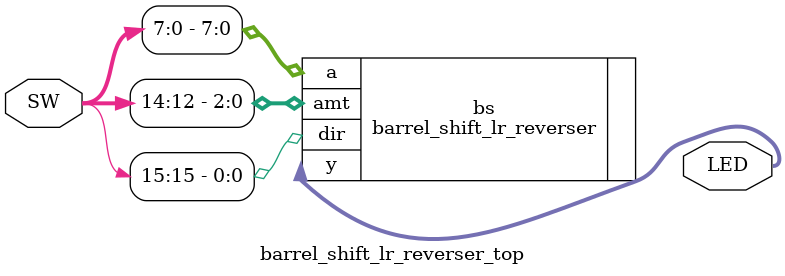
<source format=sv>
`timescale 1ns / 1ps

module barrel_shift_lr_reverser_top(
    input logic [15:0] SW,
    output logic [7:0] LED
    );
    
    barrel_shift_lr_reverser bs(.a(SW[7:0]), .dir(SW[15]), .amt(SW[14:12]), .y(LED));
endmodule

</source>
